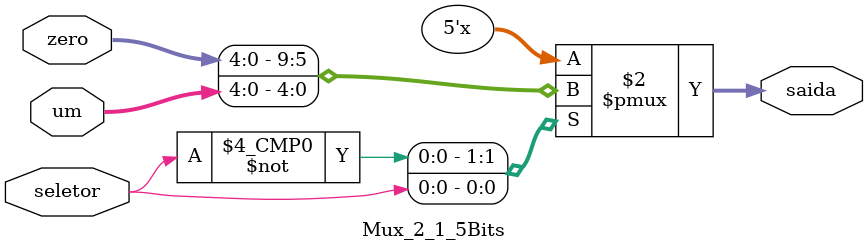
<source format=sv>
module Mux_2_1_5Bits(input [4:0] zero, input [4:0] um, input seletor, output [4:0] saida);
// Multiplexador de 2 entradas de 5 bits
always@*
begin
	case(seletor)
	1'b0:
	begin
		saida = zero;
	end
	1'b1:
	begin
		saida = um;
	end
	endcase
end
endmodule
</source>
